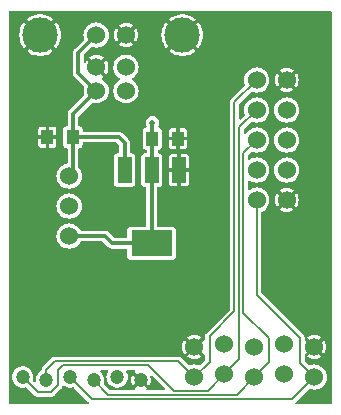
<source format=gtl>
%TF.GenerationSoftware,KiCad,Pcbnew,7.0.8*%
%TF.CreationDate,2024-04-09T21:16:55-04:00*%
%TF.ProjectId,petit-jtag,70657469-742d-46a7-9461-672e6b696361,1.1*%
%TF.SameCoordinates,PX8aadb58PY72b28c8*%
%TF.FileFunction,Copper,L1,Top*%
%TF.FilePolarity,Positive*%
%FSLAX46Y46*%
G04 Gerber Fmt 4.6, Leading zero omitted, Abs format (unit mm)*
G04 Created by KiCad (PCBNEW 7.0.8) date 2024-04-09 21:16:55*
%MOMM*%
%LPD*%
G01*
G04 APERTURE LIST*
%TA.AperFunction,ComponentPad*%
%ADD10C,1.524000*%
%TD*%
%TA.AperFunction,ComponentPad*%
%ADD11C,3.000000*%
%TD*%
%TA.AperFunction,SMDPad,CuDef*%
%ADD12R,1.016000X1.270000*%
%TD*%
%TA.AperFunction,SMDPad,CuDef*%
%ADD13R,1.200000X2.200000*%
%TD*%
%TA.AperFunction,SMDPad,CuDef*%
%ADD14R,3.500000X2.200000*%
%TD*%
%TA.AperFunction,ComponentPad*%
%ADD15C,1.200000*%
%TD*%
%TA.AperFunction,ViaPad*%
%ADD16C,0.508000*%
%TD*%
%TA.AperFunction,Conductor*%
%ADD17C,0.304800*%
%TD*%
%TA.AperFunction,Conductor*%
%ADD18C,0.177800*%
%TD*%
G04 APERTURE END LIST*
D10*
X8021000Y27159000D03*
X10521000Y27159000D03*
X10521000Y29159000D03*
X8021000Y29159000D03*
D11*
X3251000Y31869000D03*
X15291000Y31869000D03*
D10*
X5715000Y14859000D03*
X5715000Y17399000D03*
X5715000Y19939000D03*
D12*
X12763500Y23114000D03*
X14922500Y23114000D03*
D13*
X15000000Y20447000D03*
D14*
X12700000Y14247000D03*
D13*
X12700000Y20447000D03*
X10400000Y20447000D03*
D12*
X6032500Y23241000D03*
X3873500Y23241000D03*
D10*
X16306800Y2921000D03*
X16306800Y5461000D03*
X18846800Y3175000D03*
X18846800Y5715000D03*
X21386800Y2921000D03*
X21386800Y5461000D03*
X23926800Y3175000D03*
X23926800Y5715000D03*
X26466800Y2921000D03*
X26466800Y5461000D03*
D15*
X1778000Y2921000D03*
X3778000Y2667000D03*
X5778000Y2921000D03*
X7778000Y2667000D03*
X9778000Y2921000D03*
X11778000Y2667000D03*
D10*
X21590000Y28067000D03*
X24130000Y28067000D03*
X21590000Y25527000D03*
X24130000Y25527000D03*
X21590000Y22987000D03*
X24130000Y22987000D03*
X21590000Y20447000D03*
X24130000Y20447000D03*
X21590000Y17907000D03*
X24130000Y17907000D03*
X8001000Y31877000D03*
X10541000Y31877000D03*
D16*
X16408400Y20472400D03*
X12763500Y24447500D03*
D17*
X8021000Y27159000D02*
X6477000Y28703000D01*
X6477000Y28703000D02*
X6477000Y30353000D01*
X6032500Y23241000D02*
X9906000Y23241000D01*
X6477000Y30353000D02*
X8001000Y31877000D01*
X8021000Y27159000D02*
X6032500Y25170500D01*
X9906000Y23241000D02*
X10400000Y22747000D01*
X6032500Y20256500D02*
X5715000Y19939000D01*
X6032500Y23241000D02*
X6032500Y20256500D01*
X6032500Y25170500D02*
X6032500Y23241000D01*
X10400000Y22747000D02*
X10400000Y20447000D01*
X16408400Y20447000D02*
X16433800Y20421600D01*
X12700000Y14247000D02*
X9375000Y14247000D01*
X12763500Y24447500D02*
X12763500Y23114000D01*
X12763500Y23114000D02*
X12763500Y20510500D01*
X9375000Y14247000D02*
X8763000Y14859000D01*
X12700000Y20447000D02*
X12700000Y14247000D01*
X8763000Y14859000D02*
X5715000Y14859000D01*
X12763500Y20510500D02*
X12700000Y20447000D01*
D18*
X5181600Y3911600D02*
X4749800Y3479800D01*
X4165600Y1625600D02*
X3073400Y1625600D01*
X18846800Y3175000D02*
X17449800Y1778000D01*
X18846800Y3175000D02*
X20116800Y4445000D01*
X17449800Y1778000D02*
X14554200Y1778000D01*
X12420600Y3911600D02*
X5181600Y3911600D01*
X4749800Y2209800D02*
X4165600Y1625600D01*
X3073400Y1625600D02*
X1778000Y2921000D01*
X20116800Y24053800D02*
X21590000Y25527000D01*
X20116800Y4445000D02*
X20116800Y24053800D01*
X14554200Y1778000D02*
X12420600Y3911600D01*
X4749800Y3479800D02*
X4749800Y2209800D01*
X16306800Y2921000D02*
X14960600Y4267200D01*
X19710400Y8483600D02*
X17602200Y6375400D01*
X4529672Y4267200D02*
X3778000Y3515528D01*
X17602200Y6375400D02*
X17602200Y4216400D01*
X14960600Y4267200D02*
X4529672Y4267200D01*
X3778000Y3515528D02*
X3778000Y2667000D01*
X21590000Y28067000D02*
X19710400Y26187400D01*
X19710400Y26187400D02*
X19710400Y8483600D01*
X17602200Y4216400D02*
X16306800Y2921000D01*
X21590000Y17907000D02*
X21590000Y9880600D01*
X25247600Y6223000D02*
X25247600Y4140200D01*
X7632200Y1066800D02*
X5778000Y2921000D01*
X25247600Y4140200D02*
X26466800Y2921000D01*
X26466800Y2921000D02*
X24612600Y1066800D01*
X24612600Y1066800D02*
X7632200Y1066800D01*
X21590000Y9880600D02*
X25247600Y6223000D01*
X19888200Y1422400D02*
X9022600Y1422400D01*
X9022600Y1422400D02*
X7778000Y2667000D01*
X21386800Y2921000D02*
X19888200Y1422400D01*
X20472400Y8382000D02*
X22656800Y6197600D01*
X21590000Y22987000D02*
X20472400Y21869400D01*
X22656800Y6197600D02*
X22656800Y4191000D01*
X22656800Y4191000D02*
X21386800Y2921000D01*
X20472400Y21869400D02*
X20472400Y8382000D01*
%TA.AperFunction,Conductor*%
G36*
X27908101Y33887935D02*
G01*
X27938165Y33835864D01*
X27939500Y33820600D01*
X27939500Y723400D01*
X27918935Y666899D01*
X27866864Y636835D01*
X27851600Y635500D01*
X24950992Y635500D01*
X24894491Y656065D01*
X24864427Y708136D01*
X24874868Y767350D01*
X24888838Y785555D01*
X24935491Y832207D01*
X25769421Y1666139D01*
X26001538Y1898257D01*
X26056031Y1923667D01*
X26089206Y1920217D01*
X26257573Y1869143D01*
X26466800Y1848536D01*
X26676027Y1869143D01*
X26877214Y1930172D01*
X27062629Y2029279D01*
X27225147Y2162653D01*
X27358521Y2325171D01*
X27457628Y2510586D01*
X27518657Y2711773D01*
X27539264Y2921000D01*
X27518657Y3130227D01*
X27457628Y3331414D01*
X27358521Y3516829D01*
X27225147Y3679347D01*
X27062629Y3812721D01*
X26877214Y3911828D01*
X26877213Y3911829D01*
X26877210Y3911830D01*
X26676033Y3972856D01*
X26676028Y3972857D01*
X26676027Y3972857D01*
X26466800Y3993464D01*
X26257573Y3972857D01*
X26257571Y3972857D01*
X26257566Y3972856D01*
X26089209Y3921785D01*
X26029171Y3925063D01*
X26001538Y3943745D01*
X25667545Y4277738D01*
X25642134Y4332232D01*
X25641800Y4339893D01*
X25641800Y4815117D01*
X25662365Y4871618D01*
X25667545Y4877272D01*
X26014867Y5224595D01*
X26078931Y5124910D01*
X26189330Y5029248D01*
X26231373Y5010048D01*
X25863279Y4641954D01*
X25899608Y4612140D01*
X26076113Y4517797D01*
X26267622Y4459703D01*
X26466800Y4440085D01*
X26665977Y4459703D01*
X26857486Y4517797D01*
X27033994Y4612142D01*
X27070319Y4641954D01*
X26702226Y5010048D01*
X26744270Y5029248D01*
X26854669Y5124910D01*
X26918732Y5224595D01*
X27285846Y4857481D01*
X27315658Y4893806D01*
X27410003Y5070314D01*
X27468097Y5261823D01*
X27487715Y5461000D01*
X27468097Y5660178D01*
X27410003Y5851687D01*
X27315660Y6028192D01*
X27285846Y6064521D01*
X26918731Y5697407D01*
X26854669Y5797090D01*
X26744270Y5892752D01*
X26702224Y5911954D01*
X27070319Y6280048D01*
X27033991Y6309861D01*
X26857486Y6404204D01*
X26665977Y6462298D01*
X26466800Y6481916D01*
X26267622Y6462298D01*
X26076113Y6404204D01*
X26076109Y6404203D01*
X25899613Y6309865D01*
X25863279Y6280048D01*
X26231374Y5911953D01*
X26189330Y5892752D01*
X26078931Y5797090D01*
X26014867Y5697407D01*
X25667545Y6044729D01*
X25642134Y6099223D01*
X25641800Y6106884D01*
X25641800Y6285433D01*
X25641800Y6285435D01*
X25634227Y6308739D01*
X25631010Y6322146D01*
X25627180Y6346331D01*
X25627180Y6346332D01*
X25627180Y6346333D01*
X25616059Y6368160D01*
X25610782Y6380900D01*
X25608172Y6388933D01*
X25603214Y6404194D01*
X25588810Y6424018D01*
X25581608Y6435773D01*
X25570492Y6457591D01*
X22009945Y10018138D01*
X21984534Y10072632D01*
X21984200Y10080293D01*
X21984200Y16854821D01*
X22004765Y16911322D01*
X22030660Y16932340D01*
X22185829Y17015279D01*
X22348347Y17148653D01*
X22481721Y17311171D01*
X22580828Y17496586D01*
X22641857Y17697773D01*
X22662464Y17907000D01*
X23109084Y17907000D01*
X23128702Y17707823D01*
X23186796Y17516314D01*
X23281139Y17339809D01*
X23310952Y17303481D01*
X23678066Y17670596D01*
X23742131Y17570910D01*
X23852530Y17475248D01*
X23894573Y17456048D01*
X23526479Y17087954D01*
X23562808Y17058140D01*
X23739313Y16963797D01*
X23930822Y16905703D01*
X24130000Y16886085D01*
X24329177Y16905703D01*
X24520686Y16963797D01*
X24697194Y17058142D01*
X24733519Y17087954D01*
X24365426Y17456048D01*
X24407470Y17475248D01*
X24517869Y17570910D01*
X24581932Y17670595D01*
X24949046Y17303481D01*
X24978858Y17339806D01*
X25073203Y17516314D01*
X25131297Y17707823D01*
X25150915Y17907000D01*
X25131297Y18106178D01*
X25073203Y18297687D01*
X24978860Y18474192D01*
X24949046Y18510521D01*
X24581931Y18143407D01*
X24517869Y18243090D01*
X24407470Y18338752D01*
X24365424Y18357954D01*
X24733519Y18726048D01*
X24697191Y18755861D01*
X24520686Y18850204D01*
X24329177Y18908298D01*
X24130000Y18927916D01*
X23930822Y18908298D01*
X23739313Y18850204D01*
X23739309Y18850203D01*
X23562813Y18755865D01*
X23526479Y18726048D01*
X23894574Y18357953D01*
X23852530Y18338752D01*
X23742131Y18243090D01*
X23678067Y18143406D01*
X23310952Y18510521D01*
X23281135Y18474187D01*
X23186797Y18297691D01*
X23186796Y18297687D01*
X23128702Y18106178D01*
X23109084Y17907000D01*
X22662464Y17907000D01*
X22641857Y18116227D01*
X22629383Y18157347D01*
X22580829Y18317410D01*
X22580829Y18317411D01*
X22580828Y18317412D01*
X22580828Y18317414D01*
X22481721Y18502829D01*
X22348347Y18665347D01*
X22185829Y18798721D01*
X22000414Y18897828D01*
X22000413Y18897829D01*
X22000410Y18897830D01*
X21799233Y18958856D01*
X21799228Y18958857D01*
X21799227Y18958857D01*
X21590000Y18979464D01*
X21380773Y18958857D01*
X21380771Y18958857D01*
X21380766Y18958856D01*
X21179590Y18897830D01*
X21179588Y18897830D01*
X21090488Y18850204D01*
X20995934Y18799664D01*
X20936412Y18791166D01*
X20885352Y18822917D01*
X20866600Y18877185D01*
X20866600Y19476816D01*
X20887165Y19533317D01*
X20939236Y19563381D01*
X20995932Y19554338D01*
X21179586Y19456172D01*
X21380773Y19395143D01*
X21590000Y19374536D01*
X21799227Y19395143D01*
X22000414Y19456172D01*
X22185829Y19555279D01*
X22348347Y19688653D01*
X22481721Y19851171D01*
X22580828Y20036586D01*
X22641857Y20237773D01*
X22662464Y20447000D01*
X23057536Y20447000D01*
X23067147Y20349414D01*
X23078144Y20237767D01*
X23139170Y20036591D01*
X23139170Y20036590D01*
X23139171Y20036587D01*
X23139172Y20036586D01*
X23238279Y19851171D01*
X23371653Y19688653D01*
X23534171Y19555279D01*
X23719586Y19456172D01*
X23920773Y19395143D01*
X24130000Y19374536D01*
X24339227Y19395143D01*
X24540414Y19456172D01*
X24725829Y19555279D01*
X24888347Y19688653D01*
X25021721Y19851171D01*
X25120828Y20036586D01*
X25181857Y20237773D01*
X25202464Y20447000D01*
X25181857Y20656227D01*
X25169383Y20697347D01*
X25120829Y20857410D01*
X25120829Y20857411D01*
X25120828Y20857412D01*
X25120828Y20857414D01*
X25021721Y21042829D01*
X24888347Y21205347D01*
X24725829Y21338721D01*
X24540414Y21437828D01*
X24540413Y21437829D01*
X24540410Y21437830D01*
X24339233Y21498856D01*
X24339228Y21498857D01*
X24339227Y21498857D01*
X24130000Y21519464D01*
X23920773Y21498857D01*
X23920771Y21498857D01*
X23920766Y21498856D01*
X23719590Y21437830D01*
X23719589Y21437830D01*
X23534170Y21338721D01*
X23371655Y21205349D01*
X23371651Y21205345D01*
X23238279Y21042830D01*
X23139170Y20857411D01*
X23139170Y20857410D01*
X23078144Y20656234D01*
X23078143Y20656229D01*
X23078143Y20656227D01*
X23057536Y20447000D01*
X22662464Y20447000D01*
X22641857Y20656227D01*
X22629383Y20697347D01*
X22580829Y20857410D01*
X22580829Y20857411D01*
X22580828Y20857412D01*
X22580828Y20857414D01*
X22481721Y21042829D01*
X22348347Y21205347D01*
X22185829Y21338721D01*
X22000414Y21437828D01*
X22000413Y21437829D01*
X22000410Y21437830D01*
X21799233Y21498856D01*
X21799228Y21498857D01*
X21799227Y21498857D01*
X21590000Y21519464D01*
X21380773Y21498857D01*
X21380771Y21498857D01*
X21380766Y21498856D01*
X21179590Y21437830D01*
X21179588Y21437830D01*
X21052846Y21370085D01*
X20995934Y21339664D01*
X20936412Y21331166D01*
X20885352Y21362917D01*
X20866600Y21417185D01*
X20866600Y21669708D01*
X20887165Y21726209D01*
X20892335Y21731853D01*
X21124739Y21964257D01*
X21179231Y21989666D01*
X21212406Y21986217D01*
X21380773Y21935143D01*
X21590000Y21914536D01*
X21799227Y21935143D01*
X22000414Y21996172D01*
X22185829Y22095279D01*
X22348347Y22228653D01*
X22481721Y22391171D01*
X22580828Y22576586D01*
X22641857Y22777773D01*
X22662464Y22987000D01*
X23057536Y22987000D01*
X23077730Y22781965D01*
X23078144Y22777767D01*
X23139170Y22576591D01*
X23139170Y22576590D01*
X23139171Y22576587D01*
X23139172Y22576586D01*
X23238279Y22391171D01*
X23371653Y22228653D01*
X23534171Y22095279D01*
X23719586Y21996172D01*
X23719588Y21996172D01*
X23719589Y21996171D01*
X23824799Y21964256D01*
X23920773Y21935143D01*
X24130000Y21914536D01*
X24339227Y21935143D01*
X24540414Y21996172D01*
X24725829Y22095279D01*
X24888347Y22228653D01*
X25021721Y22391171D01*
X25120828Y22576586D01*
X25181857Y22777773D01*
X25202464Y22987000D01*
X25181857Y23196227D01*
X25120828Y23397414D01*
X25021721Y23582829D01*
X24888347Y23745347D01*
X24725829Y23878721D01*
X24540414Y23977828D01*
X24540413Y23977829D01*
X24540410Y23977830D01*
X24339233Y24038856D01*
X24339228Y24038857D01*
X24339227Y24038857D01*
X24130000Y24059464D01*
X23920773Y24038857D01*
X23920771Y24038857D01*
X23920766Y24038856D01*
X23719590Y23977830D01*
X23719589Y23977830D01*
X23534170Y23878721D01*
X23371655Y23745349D01*
X23371651Y23745345D01*
X23238279Y23582830D01*
X23139170Y23397411D01*
X23139170Y23397410D01*
X23078144Y23196234D01*
X23078143Y23196229D01*
X23078143Y23196227D01*
X23057536Y22987000D01*
X22662464Y22987000D01*
X22641857Y23196227D01*
X22580828Y23397414D01*
X22481721Y23582829D01*
X22348347Y23745347D01*
X22185829Y23878721D01*
X22000414Y23977828D01*
X22000413Y23977829D01*
X22000410Y23977830D01*
X21799233Y24038856D01*
X21799228Y24038857D01*
X21799227Y24038857D01*
X21590000Y24059464D01*
X21380773Y24038857D01*
X21380771Y24038857D01*
X21380766Y24038856D01*
X21179590Y23977830D01*
X21179589Y23977830D01*
X20994170Y23878721D01*
X20831655Y23745349D01*
X20831651Y23745345D01*
X20698279Y23582830D01*
X20696933Y23580311D01*
X20677911Y23544722D01*
X20676421Y23541935D01*
X20631650Y23501800D01*
X20571555Y23499833D01*
X20524255Y23536954D01*
X20511000Y23583371D01*
X20511000Y23854108D01*
X20531565Y23910609D01*
X20536734Y23916252D01*
X21124738Y24504257D01*
X21179231Y24529667D01*
X21212406Y24526217D01*
X21380773Y24475143D01*
X21590000Y24454536D01*
X21799227Y24475143D01*
X22000414Y24536172D01*
X22185829Y24635279D01*
X22348347Y24768653D01*
X22481721Y24931171D01*
X22580828Y25116586D01*
X22641857Y25317773D01*
X22662464Y25527000D01*
X23057536Y25527000D01*
X23072157Y25378546D01*
X23078144Y25317767D01*
X23139170Y25116591D01*
X23139170Y25116590D01*
X23139171Y25116587D01*
X23139172Y25116586D01*
X23238279Y24931171D01*
X23371653Y24768653D01*
X23534171Y24635279D01*
X23719586Y24536172D01*
X23719588Y24536172D01*
X23719589Y24536171D01*
X23824799Y24504256D01*
X23920773Y24475143D01*
X24130000Y24454536D01*
X24339227Y24475143D01*
X24540414Y24536172D01*
X24725829Y24635279D01*
X24888347Y24768653D01*
X25021721Y24931171D01*
X25120828Y25116586D01*
X25181857Y25317773D01*
X25202464Y25527000D01*
X25181857Y25736227D01*
X25120828Y25937414D01*
X25021721Y26122829D01*
X24888347Y26285347D01*
X24725829Y26418721D01*
X24540414Y26517828D01*
X24540413Y26517829D01*
X24540410Y26517830D01*
X24339233Y26578856D01*
X24339228Y26578857D01*
X24339227Y26578857D01*
X24130000Y26599464D01*
X23920773Y26578857D01*
X23920771Y26578857D01*
X23920766Y26578856D01*
X23719590Y26517830D01*
X23719589Y26517830D01*
X23534170Y26418721D01*
X23371655Y26285349D01*
X23371651Y26285345D01*
X23238279Y26122830D01*
X23139170Y25937411D01*
X23139170Y25937410D01*
X23078144Y25736234D01*
X23078143Y25736229D01*
X23078143Y25736227D01*
X23057536Y25527000D01*
X22662464Y25527000D01*
X22641857Y25736227D01*
X22580828Y25937414D01*
X22481721Y26122829D01*
X22348347Y26285347D01*
X22185829Y26418721D01*
X22000414Y26517828D01*
X22000413Y26517829D01*
X22000410Y26517830D01*
X21799233Y26578856D01*
X21799228Y26578857D01*
X21799227Y26578857D01*
X21590000Y26599464D01*
X21380773Y26578857D01*
X21380771Y26578857D01*
X21380766Y26578856D01*
X21179590Y26517830D01*
X21179589Y26517830D01*
X20994170Y26418721D01*
X20831655Y26285349D01*
X20831651Y26285345D01*
X20698279Y26122830D01*
X20599170Y25937411D01*
X20599170Y25937410D01*
X20538144Y25736234D01*
X20538143Y25736229D01*
X20538143Y25736227D01*
X20517536Y25527000D01*
X20532157Y25378546D01*
X20538144Y25317767D01*
X20589214Y25149410D01*
X20585936Y25089372D01*
X20567254Y25061739D01*
X20254655Y24749139D01*
X20200161Y24723728D01*
X20142083Y24739290D01*
X20107595Y24788544D01*
X20104600Y24811294D01*
X20104600Y25987708D01*
X20125165Y26044209D01*
X20130334Y26049852D01*
X21124738Y27044257D01*
X21179231Y27069667D01*
X21212406Y27066217D01*
X21380773Y27015143D01*
X21590000Y26994536D01*
X21799227Y27015143D01*
X22000414Y27076172D01*
X22185829Y27175279D01*
X22348347Y27308653D01*
X22481721Y27471171D01*
X22580828Y27656586D01*
X22641857Y27857773D01*
X22662464Y28067000D01*
X23109084Y28067000D01*
X23128702Y27867823D01*
X23186796Y27676314D01*
X23281139Y27499809D01*
X23310952Y27463481D01*
X23678066Y27830596D01*
X23742131Y27730910D01*
X23852530Y27635248D01*
X23894573Y27616048D01*
X23526479Y27247954D01*
X23562808Y27218140D01*
X23739313Y27123797D01*
X23930822Y27065703D01*
X24130000Y27046085D01*
X24329177Y27065703D01*
X24520686Y27123797D01*
X24697194Y27218142D01*
X24733519Y27247954D01*
X24365426Y27616048D01*
X24407470Y27635248D01*
X24517869Y27730910D01*
X24581932Y27830595D01*
X24949046Y27463481D01*
X24978858Y27499806D01*
X25073203Y27676314D01*
X25131297Y27867823D01*
X25150915Y28067000D01*
X25131297Y28266178D01*
X25073203Y28457687D01*
X24978860Y28634192D01*
X24949046Y28670521D01*
X24581931Y28303407D01*
X24517869Y28403090D01*
X24407470Y28498752D01*
X24365424Y28517954D01*
X24733519Y28886048D01*
X24697191Y28915861D01*
X24520686Y29010204D01*
X24329177Y29068298D01*
X24130000Y29087916D01*
X23930822Y29068298D01*
X23739313Y29010204D01*
X23739309Y29010203D01*
X23562813Y28915865D01*
X23526479Y28886048D01*
X23894574Y28517953D01*
X23852530Y28498752D01*
X23742131Y28403090D01*
X23678067Y28303406D01*
X23310952Y28670521D01*
X23281135Y28634187D01*
X23186797Y28457691D01*
X23186796Y28457687D01*
X23128702Y28266178D01*
X23109084Y28067000D01*
X22662464Y28067000D01*
X22641857Y28276227D01*
X22580828Y28477414D01*
X22481721Y28662829D01*
X22348347Y28825347D01*
X22185829Y28958721D01*
X22000414Y29057828D01*
X22000413Y29057829D01*
X22000410Y29057830D01*
X21799233Y29118856D01*
X21799228Y29118857D01*
X21799227Y29118857D01*
X21590000Y29139464D01*
X21380773Y29118857D01*
X21380771Y29118857D01*
X21380766Y29118856D01*
X21179590Y29057830D01*
X21179589Y29057830D01*
X20994170Y28958721D01*
X20831655Y28825349D01*
X20831651Y28825345D01*
X20698279Y28662830D01*
X20599170Y28477411D01*
X20599170Y28477410D01*
X20538144Y28276234D01*
X20538143Y28276229D01*
X20538143Y28276227D01*
X20517536Y28067000D01*
X20537153Y27867823D01*
X20538144Y27857767D01*
X20589214Y27689410D01*
X20585936Y27629372D01*
X20567254Y27601739D01*
X19475807Y26510290D01*
X19387510Y26421994D01*
X19376387Y26400166D01*
X19369185Y26388414D01*
X19354786Y26368594D01*
X19347217Y26345300D01*
X19341941Y26332562D01*
X19330820Y26310735D01*
X19330819Y26310734D01*
X19326987Y26286540D01*
X19323769Y26273136D01*
X19316200Y26249839D01*
X19316200Y8683293D01*
X19295635Y8626792D01*
X19290455Y8621138D01*
X17279310Y6609994D01*
X17268187Y6588166D01*
X17260985Y6576414D01*
X17246586Y6556594D01*
X17239017Y6533300D01*
X17233741Y6520562D01*
X17222620Y6498735D01*
X17222619Y6498734D01*
X17218787Y6474540D01*
X17215569Y6461136D01*
X17208000Y6437839D01*
X17208000Y6152810D01*
X17187435Y6096309D01*
X17135364Y6066245D01*
X17127048Y6065723D01*
X16758731Y5697407D01*
X16694669Y5797090D01*
X16584270Y5892752D01*
X16542224Y5911954D01*
X16910319Y6280048D01*
X16873991Y6309861D01*
X16697486Y6404204D01*
X16505977Y6462298D01*
X16306800Y6481916D01*
X16107622Y6462298D01*
X15916113Y6404204D01*
X15916109Y6404203D01*
X15739613Y6309865D01*
X15703279Y6280048D01*
X16071374Y5911953D01*
X16029330Y5892752D01*
X15918931Y5797090D01*
X15854867Y5697406D01*
X15487752Y6064521D01*
X15457935Y6028187D01*
X15363597Y5851691D01*
X15363596Y5851687D01*
X15305502Y5660178D01*
X15285884Y5461000D01*
X15305502Y5261823D01*
X15363596Y5070314D01*
X15457939Y4893809D01*
X15487752Y4857481D01*
X15854866Y5224596D01*
X15918931Y5124910D01*
X16029330Y5029248D01*
X16071373Y5010048D01*
X15703279Y4641954D01*
X15739608Y4612140D01*
X15916113Y4517797D01*
X16107622Y4459703D01*
X16306800Y4440085D01*
X16505977Y4459703D01*
X16697486Y4517797D01*
X16873994Y4612142D01*
X16910319Y4641954D01*
X16542226Y5010048D01*
X16584270Y5029248D01*
X16694669Y5124910D01*
X16758732Y5224594D01*
X17131066Y4852260D01*
X17173228Y4839219D01*
X17205811Y4788686D01*
X17208000Y4769192D01*
X17208000Y4416094D01*
X17187435Y4359593D01*
X17182255Y4353939D01*
X16772061Y3943746D01*
X16717567Y3918335D01*
X16684390Y3921786D01*
X16516033Y3972856D01*
X16516028Y3972857D01*
X16516027Y3972857D01*
X16306800Y3993464D01*
X16097573Y3972857D01*
X16097571Y3972857D01*
X16097566Y3972856D01*
X15929209Y3921785D01*
X15869171Y3925063D01*
X15841538Y3943745D01*
X15217404Y4567880D01*
X15195192Y4590091D01*
X15185146Y4595210D01*
X15173365Y4601213D01*
X15161614Y4608414D01*
X15141794Y4622813D01*
X15141791Y4622814D01*
X15118493Y4630385D01*
X15105758Y4635660D01*
X15083934Y4646780D01*
X15080307Y4647355D01*
X15059726Y4650615D01*
X15046335Y4653830D01*
X15023035Y4661400D01*
X14991626Y4661400D01*
X4592108Y4661400D01*
X4467237Y4661400D01*
X4467233Y4661400D01*
X4443936Y4653831D01*
X4430532Y4650613D01*
X4406338Y4646781D01*
X4406337Y4646780D01*
X4384510Y4635659D01*
X4371772Y4630383D01*
X4348478Y4622814D01*
X4328658Y4608415D01*
X4316906Y4601213D01*
X4295078Y4590090D01*
X3455110Y3750122D01*
X3443987Y3728294D01*
X3436785Y3716542D01*
X3422386Y3696722D01*
X3414817Y3673428D01*
X3409541Y3660690D01*
X3398420Y3638863D01*
X3398419Y3638862D01*
X3394587Y3614668D01*
X3391369Y3601264D01*
X3383800Y3577967D01*
X3383800Y3539549D01*
X3363235Y3483048D01*
X3331653Y3459249D01*
X3322859Y3455334D01*
X3168898Y3343475D01*
X3041563Y3202055D01*
X2946411Y3037248D01*
X2923188Y2965773D01*
X2903457Y2905045D01*
X2887604Y2856255D01*
X2867713Y2667005D01*
X2867713Y2667004D01*
X2867713Y2667000D01*
X2870580Y2639723D01*
X2874444Y2602955D01*
X2859897Y2544614D01*
X2811253Y2509273D01*
X2751272Y2513468D01*
X2724870Y2531613D01*
X2671254Y2585229D01*
X2645843Y2639723D01*
X2649811Y2674546D01*
X2668395Y2731741D01*
X2681482Y2856255D01*
X2688287Y2920996D01*
X2688287Y2921005D01*
X2668395Y3110255D01*
X2668395Y3110259D01*
X2609589Y3291247D01*
X2514438Y3456053D01*
X2387101Y3597475D01*
X2366243Y3612629D01*
X2233147Y3709330D01*
X2233145Y3709331D01*
X2233144Y3709332D01*
X2059294Y3786734D01*
X2059291Y3786735D01*
X2059290Y3786735D01*
X1873151Y3826300D01*
X1682849Y3826300D01*
X1496708Y3786735D01*
X1496704Y3786733D01*
X1322858Y3709333D01*
X1168898Y3597475D01*
X1041563Y3456055D01*
X946411Y3291248D01*
X887604Y3110255D01*
X867713Y2921005D01*
X867713Y2920996D01*
X884152Y2764586D01*
X887605Y2731741D01*
X946411Y2550753D01*
X1041562Y2385947D01*
X1168899Y2244525D01*
X1322856Y2132668D01*
X1496706Y2055266D01*
X1682849Y2015700D01*
X1873151Y2015700D01*
X2034842Y2050069D01*
X2094383Y2041701D01*
X2115272Y2026245D01*
X2750510Y1391007D01*
X2838807Y1302710D01*
X2856132Y1293883D01*
X2860634Y1291588D01*
X2872387Y1284386D01*
X2892206Y1269987D01*
X2892207Y1269987D01*
X2892208Y1269986D01*
X2892210Y1269985D01*
X2915497Y1262419D01*
X2928238Y1257143D01*
X2950067Y1246020D01*
X2969256Y1242982D01*
X2974258Y1242189D01*
X2987673Y1238968D01*
X3010963Y1231400D01*
X3010964Y1231400D01*
X4228034Y1231400D01*
X4228035Y1231400D01*
X4251329Y1238970D01*
X4264738Y1242189D01*
X4288933Y1246020D01*
X4310759Y1257142D01*
X4323501Y1262419D01*
X4346794Y1269987D01*
X4366615Y1284389D01*
X4378361Y1291587D01*
X4400193Y1302710D01*
X4488490Y1391007D01*
X4488490Y1391008D01*
X4972029Y1874549D01*
X4972032Y1874550D01*
X4984392Y1886910D01*
X4984393Y1886910D01*
X5072690Y1975207D01*
X5083809Y1997031D01*
X5091010Y2008784D01*
X5105414Y2028606D01*
X5112982Y2051903D01*
X5118261Y2064646D01*
X5129380Y2086467D01*
X5133213Y2110675D01*
X5136438Y2124096D01*
X5136920Y2125580D01*
X5173958Y2172943D01*
X5232776Y2185419D01*
X5272171Y2169493D01*
X5322856Y2132668D01*
X5496706Y2055266D01*
X5682849Y2015700D01*
X5873151Y2015700D01*
X6034842Y2050069D01*
X6094383Y2041701D01*
X6115272Y2026245D01*
X7309309Y832207D01*
X7355962Y785555D01*
X7381373Y731062D01*
X7365812Y672983D01*
X7316559Y638495D01*
X7293808Y635500D01*
X723400Y635500D01*
X666899Y656065D01*
X636835Y708136D01*
X635500Y723400D01*
X635500Y14859000D01*
X4642536Y14859000D01*
X4663144Y14649767D01*
X4724170Y14448591D01*
X4724170Y14448590D01*
X4724171Y14448587D01*
X4724172Y14448586D01*
X4823279Y14263171D01*
X4956653Y14100653D01*
X5119171Y13967279D01*
X5304586Y13868172D01*
X5304588Y13868172D01*
X5304589Y13868171D01*
X5489230Y13812161D01*
X5505773Y13807143D01*
X5715000Y13786536D01*
X5924227Y13807143D01*
X6125414Y13868172D01*
X6310829Y13967279D01*
X6473347Y14100653D01*
X6606721Y14263171D01*
X6655717Y14354837D01*
X6700488Y14394971D01*
X6733238Y14401300D01*
X8537004Y14401300D01*
X8593505Y14380735D01*
X8599159Y14375555D01*
X9031435Y13943280D01*
X9034719Y13939605D01*
X9060168Y13907692D01*
X9110105Y13873646D01*
X9158715Y13837770D01*
X9158720Y13837769D01*
X9164543Y13834690D01*
X9164426Y13834470D01*
X9168124Y13832604D01*
X9168233Y13832828D01*
X9174163Y13829973D01*
X9174168Y13829969D01*
X9231900Y13812161D01*
X9288947Y13792199D01*
X9288948Y13792199D01*
X9295425Y13790973D01*
X9295378Y13790728D01*
X9299458Y13790035D01*
X9299496Y13790282D01*
X9306011Y13789300D01*
X9366425Y13789300D01*
X9426825Y13787040D01*
X9426828Y13787042D01*
X9426830Y13787041D01*
X9433372Y13787777D01*
X9433399Y13787532D01*
X9446833Y13789300D01*
X10556801Y13789300D01*
X10613302Y13768735D01*
X10643366Y13716664D01*
X10644701Y13701400D01*
X10644701Y13101422D01*
X10647662Y13075891D01*
X10693766Y12971475D01*
X10774475Y12890766D01*
X10878891Y12844662D01*
X10904421Y12841700D01*
X14495578Y12841701D01*
X14521109Y12844662D01*
X14625525Y12890766D01*
X14706234Y12971475D01*
X14752338Y13075891D01*
X14755300Y13101421D01*
X14755299Y15392578D01*
X14752338Y15418109D01*
X14706234Y15522525D01*
X14625525Y15603234D01*
X14593562Y15617347D01*
X14521110Y15649338D01*
X14521107Y15649339D01*
X14495590Y15652299D01*
X14495585Y15652300D01*
X14495579Y15652300D01*
X14495572Y15652300D01*
X13245600Y15652300D01*
X13189099Y15672865D01*
X13159035Y15724936D01*
X13157700Y15740200D01*
X13157700Y18953801D01*
X13178265Y19010302D01*
X13230336Y19040366D01*
X13245600Y19041701D01*
X13345575Y19041701D01*
X13345578Y19041701D01*
X13371109Y19044662D01*
X13475525Y19090766D01*
X13556234Y19171475D01*
X13602338Y19275891D01*
X13605300Y19301421D01*
X13605300Y19321982D01*
X14146001Y19321982D01*
X14160737Y19247894D01*
X14216875Y19163878D01*
X14216877Y19163876D01*
X14300894Y19107738D01*
X14374981Y19093001D01*
X14847600Y19093001D01*
X14847600Y19093002D01*
X15152400Y19093002D01*
X15152401Y19093001D01*
X15625018Y19093001D01*
X15699106Y19107738D01*
X15783122Y19163876D01*
X15783124Y19163878D01*
X15839262Y19247895D01*
X15854000Y19321985D01*
X15854000Y20294599D01*
X15853999Y20294600D01*
X15152401Y20294600D01*
X15152400Y20294599D01*
X15152400Y19093002D01*
X14847600Y19093002D01*
X14847600Y20294599D01*
X14847599Y20294600D01*
X14146002Y20294600D01*
X14146001Y20294599D01*
X14146001Y19321982D01*
X13605300Y19321982D01*
X13605299Y20599401D01*
X14146000Y20599401D01*
X14146001Y20599400D01*
X14847599Y20599400D01*
X14847600Y20599401D01*
X15152400Y20599401D01*
X15152401Y20599400D01*
X15853998Y20599400D01*
X15853999Y20599401D01*
X15853999Y21572019D01*
X15839262Y21646107D01*
X15783124Y21730123D01*
X15783122Y21730125D01*
X15699105Y21786263D01*
X15625015Y21801000D01*
X15152401Y21801000D01*
X15152400Y21800999D01*
X15152400Y20599401D01*
X14847600Y20599401D01*
X14847600Y21800999D01*
X14847599Y21801000D01*
X14374981Y21801000D01*
X14300893Y21786263D01*
X14216877Y21730125D01*
X14216875Y21730123D01*
X14160737Y21646106D01*
X14146000Y21572016D01*
X14146000Y20599401D01*
X13605299Y20599401D01*
X13605299Y21592578D01*
X13602338Y21618109D01*
X13556234Y21722525D01*
X13475525Y21803234D01*
X13475523Y21803235D01*
X13371110Y21849338D01*
X13371107Y21849339D01*
X13345590Y21852299D01*
X13345585Y21852300D01*
X13345579Y21852300D01*
X13345572Y21852300D01*
X13309100Y21852300D01*
X13252599Y21872865D01*
X13222535Y21924936D01*
X13221200Y21940200D01*
X13221200Y22085801D01*
X13241765Y22142302D01*
X13293836Y22172366D01*
X13309100Y22173701D01*
X13317075Y22173701D01*
X13317078Y22173701D01*
X13342609Y22176662D01*
X13447025Y22222766D01*
X13527734Y22303475D01*
X13573838Y22407891D01*
X13576800Y22433421D01*
X13576800Y22453982D01*
X14160501Y22453982D01*
X14175237Y22379894D01*
X14231375Y22295878D01*
X14231377Y22295876D01*
X14315394Y22239738D01*
X14389481Y22225001D01*
X14770100Y22225001D01*
X14770100Y22225002D01*
X15074900Y22225002D01*
X15074901Y22225001D01*
X15455518Y22225001D01*
X15529606Y22239738D01*
X15613622Y22295876D01*
X15613624Y22295878D01*
X15669762Y22379895D01*
X15684500Y22453985D01*
X15684500Y22961599D01*
X15684499Y22961600D01*
X15074901Y22961600D01*
X15074900Y22961599D01*
X15074900Y22225002D01*
X14770100Y22225002D01*
X14770100Y22961599D01*
X14770099Y22961600D01*
X14160502Y22961600D01*
X14160501Y22961599D01*
X14160501Y22453982D01*
X13576800Y22453982D01*
X13576799Y23266401D01*
X14160500Y23266401D01*
X14160501Y23266400D01*
X14770099Y23266400D01*
X14770100Y23266401D01*
X15074900Y23266401D01*
X15074901Y23266400D01*
X15684498Y23266400D01*
X15684499Y23266401D01*
X15684499Y23774019D01*
X15669762Y23848107D01*
X15613624Y23932123D01*
X15613622Y23932125D01*
X15529605Y23988263D01*
X15455515Y24003000D01*
X15074901Y24003000D01*
X15074900Y24002999D01*
X15074900Y23266401D01*
X14770100Y23266401D01*
X14770100Y24002999D01*
X14770099Y24003000D01*
X14389481Y24003000D01*
X14315393Y23988263D01*
X14231377Y23932125D01*
X14231375Y23932123D01*
X14175237Y23848106D01*
X14160500Y23774016D01*
X14160500Y23266401D01*
X13576799Y23266401D01*
X13576799Y23794578D01*
X13573838Y23820109D01*
X13527734Y23924525D01*
X13447025Y24005234D01*
X13342609Y24051338D01*
X13340997Y24051525D01*
X13326725Y24053181D01*
X13272971Y24080121D01*
X13249110Y24135311D01*
X13255646Y24174129D01*
X13308404Y24301493D01*
X13327626Y24447500D01*
X13308404Y24593507D01*
X13252047Y24729563D01*
X13252045Y24729566D01*
X13252042Y24729571D01*
X13162402Y24846391D01*
X13162400Y24846393D01*
X13162397Y24846397D01*
X13162392Y24846401D01*
X13162390Y24846403D01*
X13045570Y24936043D01*
X13045563Y24936047D01*
X12909507Y24992404D01*
X12763500Y25011626D01*
X12617492Y24992404D01*
X12481436Y24936047D01*
X12481429Y24936043D01*
X12364609Y24846403D01*
X12364597Y24846391D01*
X12274957Y24729571D01*
X12274953Y24729564D01*
X12218596Y24593508D01*
X12199374Y24447501D01*
X12199374Y24447500D01*
X12218596Y24301493D01*
X12271351Y24174133D01*
X12273974Y24114063D01*
X12237371Y24066361D01*
X12200271Y24053181D01*
X12184398Y24051340D01*
X12184387Y24051337D01*
X12079976Y24005235D01*
X11999265Y23924524D01*
X11953162Y23820111D01*
X11953161Y23820108D01*
X11950201Y23794591D01*
X11950200Y23794572D01*
X11950200Y22433426D01*
X11951424Y22422878D01*
X11953162Y22407891D01*
X11953162Y22407890D01*
X11953163Y22407888D01*
X11999183Y22303663D01*
X11999266Y22303475D01*
X12079975Y22222766D01*
X12184391Y22176662D01*
X12209921Y22173700D01*
X12217894Y22173701D01*
X12274395Y22153142D01*
X12304463Y22101073D01*
X12305800Y22085801D01*
X12305800Y21940200D01*
X12285235Y21883699D01*
X12233164Y21853635D01*
X12217901Y21852300D01*
X12054424Y21852300D01*
X12028892Y21849339D01*
X12028887Y21849337D01*
X11924476Y21803235D01*
X11843765Y21722524D01*
X11797662Y21618111D01*
X11797661Y21618108D01*
X11794701Y21592591D01*
X11794700Y21592572D01*
X11794700Y19301426D01*
X11794701Y19301421D01*
X11797662Y19275891D01*
X11797662Y19275890D01*
X11797663Y19275888D01*
X11839714Y19180652D01*
X11843766Y19171475D01*
X11924475Y19090766D01*
X12028891Y19044662D01*
X12054421Y19041700D01*
X12154400Y19041701D01*
X12210900Y19021137D01*
X12240964Y18969066D01*
X12242300Y18953801D01*
X12242300Y15740200D01*
X12221735Y15683699D01*
X12169664Y15653635D01*
X12154400Y15652300D01*
X10904425Y15652300D01*
X10882747Y15649786D01*
X10878891Y15649338D01*
X10878890Y15649338D01*
X10878887Y15649337D01*
X10774476Y15603235D01*
X10693765Y15522524D01*
X10647662Y15418111D01*
X10647661Y15418108D01*
X10644701Y15392591D01*
X10644700Y15392572D01*
X10644700Y14792600D01*
X10624135Y14736099D01*
X10572064Y14706035D01*
X10556800Y14704700D01*
X9600995Y14704700D01*
X9544494Y14725265D01*
X9538840Y14730445D01*
X9106564Y15162721D01*
X9103281Y15166395D01*
X9077832Y15198308D01*
X9027894Y15232355D01*
X8979283Y15268232D01*
X8973461Y15271309D01*
X8973575Y15271526D01*
X8969868Y15273398D01*
X8969762Y15273175D01*
X8963830Y15276032D01*
X8906085Y15293844D01*
X8849052Y15313801D01*
X8842583Y15315025D01*
X8842628Y15315266D01*
X8838535Y15315962D01*
X8838499Y15315719D01*
X8831990Y15316700D01*
X8831987Y15316700D01*
X8771563Y15316700D01*
X8711175Y15318960D01*
X8711174Y15318960D01*
X8711168Y15318960D01*
X8704628Y15318223D01*
X8704600Y15318469D01*
X8691167Y15316700D01*
X6733238Y15316700D01*
X6676737Y15337265D01*
X6655717Y15363164D01*
X6639998Y15392572D01*
X6606721Y15454829D01*
X6473347Y15617347D01*
X6310829Y15750721D01*
X6125414Y15849828D01*
X6125413Y15849829D01*
X6125410Y15849830D01*
X5924233Y15910856D01*
X5924228Y15910857D01*
X5924227Y15910857D01*
X5715000Y15931464D01*
X5505773Y15910857D01*
X5505771Y15910857D01*
X5505766Y15910856D01*
X5304590Y15849830D01*
X5304589Y15849830D01*
X5119170Y15750721D01*
X4956655Y15617349D01*
X4956651Y15617345D01*
X4823279Y15454830D01*
X4724170Y15269411D01*
X4724170Y15269410D01*
X4663144Y15068234D01*
X4642536Y14859000D01*
X635500Y14859000D01*
X635500Y17399000D01*
X4642536Y17399000D01*
X4651186Y17311171D01*
X4663144Y17189767D01*
X4724170Y16988591D01*
X4724170Y16988590D01*
X4724171Y16988587D01*
X4724172Y16988586D01*
X4823279Y16803171D01*
X4956653Y16640653D01*
X5119171Y16507279D01*
X5304586Y16408172D01*
X5505773Y16347143D01*
X5715000Y16326536D01*
X5924227Y16347143D01*
X6125414Y16408172D01*
X6310829Y16507279D01*
X6473347Y16640653D01*
X6606721Y16803171D01*
X6705828Y16988586D01*
X6766857Y17189773D01*
X6787464Y17399000D01*
X6766857Y17608227D01*
X6705828Y17809414D01*
X6606721Y17994829D01*
X6473347Y18157347D01*
X6310829Y18290721D01*
X6125414Y18389828D01*
X6125413Y18389829D01*
X6125410Y18389830D01*
X5924233Y18450856D01*
X5924228Y18450857D01*
X5924227Y18450857D01*
X5715000Y18471464D01*
X5505773Y18450857D01*
X5505771Y18450857D01*
X5505766Y18450856D01*
X5304590Y18389830D01*
X5304589Y18389830D01*
X5119170Y18290721D01*
X4956655Y18157349D01*
X4956651Y18157345D01*
X4823279Y17994830D01*
X4724170Y17809411D01*
X4724170Y17809410D01*
X4663144Y17608234D01*
X4663143Y17608229D01*
X4663143Y17608227D01*
X4642536Y17399000D01*
X635500Y17399000D01*
X635500Y19939000D01*
X4642536Y19939000D01*
X4651186Y19851171D01*
X4663144Y19729767D01*
X4724170Y19528591D01*
X4724170Y19528590D01*
X4724171Y19528587D01*
X4724172Y19528586D01*
X4823279Y19343171D01*
X4956653Y19180653D01*
X5119171Y19047279D01*
X5304586Y18948172D01*
X5304588Y18948172D01*
X5304589Y18948171D01*
X5436033Y18908298D01*
X5505773Y18887143D01*
X5715000Y18866536D01*
X5924227Y18887143D01*
X6125414Y18948172D01*
X6310829Y19047279D01*
X6473347Y19180653D01*
X6606721Y19343171D01*
X6705828Y19528586D01*
X6766857Y19729773D01*
X6787464Y19939000D01*
X6766857Y20148227D01*
X6705828Y20349414D01*
X6606721Y20534829D01*
X6606718Y20534833D01*
X6510152Y20652502D01*
X6490200Y20708264D01*
X6490200Y22212801D01*
X6510765Y22269302D01*
X6562836Y22299366D01*
X6578100Y22300701D01*
X6586075Y22300701D01*
X6586078Y22300701D01*
X6611609Y22303662D01*
X6716025Y22349766D01*
X6796734Y22430475D01*
X6842838Y22534891D01*
X6845800Y22560421D01*
X6845800Y22695400D01*
X6866365Y22751901D01*
X6918436Y22781965D01*
X6933700Y22783300D01*
X9680004Y22783300D01*
X9736505Y22762735D01*
X9742159Y22757555D01*
X9916555Y22583159D01*
X9941966Y22528665D01*
X9942300Y22521004D01*
X9942300Y21940200D01*
X9921735Y21883699D01*
X9869664Y21853635D01*
X9854401Y21852300D01*
X9754424Y21852300D01*
X9728892Y21849339D01*
X9728887Y21849337D01*
X9624476Y21803235D01*
X9543765Y21722524D01*
X9497662Y21618111D01*
X9497661Y21618108D01*
X9494701Y21592591D01*
X9494700Y21592572D01*
X9494700Y19301426D01*
X9494701Y19301421D01*
X9497662Y19275891D01*
X9497662Y19275890D01*
X9497663Y19275888D01*
X9539714Y19180652D01*
X9543766Y19171475D01*
X9624475Y19090766D01*
X9728891Y19044662D01*
X9754421Y19041700D01*
X11045578Y19041701D01*
X11071109Y19044662D01*
X11175525Y19090766D01*
X11256234Y19171475D01*
X11302338Y19275891D01*
X11305300Y19301421D01*
X11305299Y21592578D01*
X11302338Y21618109D01*
X11256234Y21722525D01*
X11175525Y21803234D01*
X11175523Y21803235D01*
X11071110Y21849338D01*
X11071107Y21849339D01*
X11045590Y21852299D01*
X11045585Y21852300D01*
X11045579Y21852300D01*
X11045572Y21852300D01*
X10945600Y21852300D01*
X10889099Y21872865D01*
X10859035Y21924936D01*
X10857700Y21940200D01*
X10857700Y22718830D01*
X10857977Y22723756D01*
X10862546Y22764307D01*
X10851313Y22823671D01*
X10851313Y22823672D01*
X10842306Y22883433D01*
X10842304Y22883436D01*
X10840364Y22889729D01*
X10840601Y22889803D01*
X10839304Y22893744D01*
X10839069Y22893661D01*
X10836896Y22899870D01*
X10836895Y22899876D01*
X10808660Y22953300D01*
X10782441Y23007744D01*
X10782438Y23007747D01*
X10782438Y23007748D01*
X10778730Y23013188D01*
X10778935Y23013328D01*
X10776533Y23016713D01*
X10776333Y23016565D01*
X10772421Y23021866D01*
X10729692Y23064594D01*
X10688595Y23108886D01*
X10688591Y23108889D01*
X10683447Y23112991D01*
X10683601Y23113185D01*
X10672853Y23121433D01*
X10249563Y23544722D01*
X10246288Y23548387D01*
X10220832Y23580308D01*
X10217134Y23582829D01*
X10170894Y23614355D01*
X10122283Y23650232D01*
X10116461Y23653309D01*
X10116575Y23653526D01*
X10112868Y23655398D01*
X10112762Y23655175D01*
X10106830Y23658032D01*
X10049085Y23675844D01*
X9992052Y23695801D01*
X9985583Y23697025D01*
X9985628Y23697266D01*
X9981535Y23697962D01*
X9981499Y23697719D01*
X9974990Y23698700D01*
X9974987Y23698700D01*
X9914563Y23698700D01*
X9854175Y23700960D01*
X9854174Y23700960D01*
X9854168Y23700960D01*
X9847628Y23700223D01*
X9847600Y23700469D01*
X9834167Y23698700D01*
X6933699Y23698700D01*
X6877198Y23719265D01*
X6847134Y23771336D01*
X6845799Y23786600D01*
X6845799Y23921575D01*
X6845457Y23924525D01*
X6842838Y23947109D01*
X6796734Y24051525D01*
X6716025Y24132234D01*
X6716023Y24132235D01*
X6611610Y24178338D01*
X6611607Y24178339D01*
X6586090Y24181299D01*
X6586085Y24181300D01*
X6586079Y24181300D01*
X6586072Y24181300D01*
X6578100Y24181300D01*
X6521599Y24201865D01*
X6491535Y24253936D01*
X6490200Y24269200D01*
X6490200Y24944506D01*
X6510765Y25001007D01*
X6515934Y25006650D01*
X7624639Y26115356D01*
X7679132Y26140766D01*
X7712309Y26137315D01*
X7811766Y26107145D01*
X7811773Y26107143D01*
X8021000Y26086536D01*
X8230227Y26107143D01*
X8431414Y26168172D01*
X8616829Y26267279D01*
X8779347Y26400653D01*
X8912721Y26563171D01*
X9011828Y26748586D01*
X9072857Y26949773D01*
X9093464Y27159000D01*
X9448536Y27159000D01*
X9464734Y26994536D01*
X9469144Y26949767D01*
X9530170Y26748591D01*
X9530170Y26748590D01*
X9530171Y26748587D01*
X9530172Y26748586D01*
X9629279Y26563171D01*
X9762653Y26400653D01*
X9925171Y26267279D01*
X10110586Y26168172D01*
X10110588Y26168172D01*
X10110589Y26168171D01*
X10260062Y26122829D01*
X10311773Y26107143D01*
X10521000Y26086536D01*
X10730227Y26107143D01*
X10931414Y26168172D01*
X11116829Y26267279D01*
X11279347Y26400653D01*
X11412721Y26563171D01*
X11511828Y26748586D01*
X11572857Y26949773D01*
X11593464Y27159000D01*
X11572857Y27368227D01*
X11511828Y27569414D01*
X11412721Y27754829D01*
X11279347Y27917347D01*
X11116829Y28050721D01*
X11059282Y28081481D01*
X11019149Y28126250D01*
X11017182Y28186345D01*
X11054303Y28233645D01*
X11059269Y28236513D01*
X11116829Y28267279D01*
X11279347Y28400653D01*
X11412721Y28563171D01*
X11511828Y28748586D01*
X11572857Y28949773D01*
X11593464Y29159000D01*
X11572857Y29368227D01*
X11511828Y29569414D01*
X11412721Y29754829D01*
X11279347Y29917347D01*
X11116829Y30050721D01*
X10931414Y30149828D01*
X10931413Y30149829D01*
X10931410Y30149830D01*
X10730233Y30210856D01*
X10730228Y30210857D01*
X10730227Y30210857D01*
X10521000Y30231464D01*
X10311773Y30210857D01*
X10311771Y30210857D01*
X10311766Y30210856D01*
X10110590Y30149830D01*
X10110589Y30149830D01*
X9925170Y30050721D01*
X9762655Y29917349D01*
X9762651Y29917345D01*
X9629279Y29754830D01*
X9530170Y29569411D01*
X9530170Y29569410D01*
X9469144Y29368234D01*
X9469143Y29368229D01*
X9469143Y29368227D01*
X9448536Y29159000D01*
X9468153Y28959823D01*
X9469144Y28949767D01*
X9530170Y28748591D01*
X9530170Y28748590D01*
X9530171Y28748587D01*
X9530172Y28748586D01*
X9629279Y28563171D01*
X9762653Y28400653D01*
X9925171Y28267279D01*
X9982715Y28236521D01*
X10022850Y28191749D01*
X10024817Y28131654D01*
X9987696Y28084355D01*
X9982715Y28081479D01*
X9925170Y28050721D01*
X9762655Y27917349D01*
X9762651Y27917345D01*
X9629279Y27754830D01*
X9530170Y27569411D01*
X9530170Y27569410D01*
X9469144Y27368234D01*
X9469143Y27368229D01*
X9469143Y27368227D01*
X9448536Y27159000D01*
X9093464Y27159000D01*
X9072857Y27368227D01*
X9011828Y27569414D01*
X8912721Y27754829D01*
X8779347Y27917347D01*
X8616829Y28050721D01*
X8504870Y28110565D01*
X8464737Y28155334D01*
X8462770Y28215429D01*
X8499891Y28262729D01*
X8504872Y28265605D01*
X8588194Y28310142D01*
X8624519Y28339954D01*
X8624519Y28339955D01*
X8256426Y28708048D01*
X8298470Y28727248D01*
X8408869Y28822910D01*
X8472932Y28922595D01*
X8840046Y28555481D01*
X8869858Y28591806D01*
X8964203Y28768314D01*
X9022297Y28959823D01*
X9041915Y29159000D01*
X9022297Y29358178D01*
X8964203Y29549687D01*
X8869860Y29726192D01*
X8840046Y29762521D01*
X8472931Y29395407D01*
X8408869Y29495090D01*
X8298470Y29590752D01*
X8256424Y29609954D01*
X8624519Y29978048D01*
X8588191Y30007861D01*
X8411686Y30102204D01*
X8220177Y30160298D01*
X8021000Y30179916D01*
X7821822Y30160298D01*
X7630313Y30102204D01*
X7630309Y30102203D01*
X7453813Y30007865D01*
X7417479Y29978048D01*
X7785574Y29609953D01*
X7743530Y29590752D01*
X7633131Y29495090D01*
X7569067Y29395406D01*
X7201952Y29762521D01*
X7172135Y29726187D01*
X7100121Y29591455D01*
X7055350Y29551319D01*
X6995255Y29549351D01*
X6947955Y29586472D01*
X6934700Y29632890D01*
X6934700Y30127005D01*
X6955265Y30183506D01*
X6960434Y30189149D01*
X7604640Y30833356D01*
X7659133Y30858766D01*
X7692306Y30855316D01*
X7791773Y30825143D01*
X8001000Y30804536D01*
X8210227Y30825143D01*
X8411414Y30886172D01*
X8596829Y30985279D01*
X8759347Y31118653D01*
X8892721Y31281171D01*
X8991828Y31466586D01*
X9052857Y31667773D01*
X9073464Y31877000D01*
X9520084Y31877000D01*
X9539702Y31677823D01*
X9597796Y31486314D01*
X9692139Y31309809D01*
X9721952Y31273481D01*
X10089066Y31640596D01*
X10153131Y31540910D01*
X10263530Y31445248D01*
X10305573Y31426048D01*
X9937479Y31057954D01*
X9973808Y31028140D01*
X10150313Y30933797D01*
X10341822Y30875703D01*
X10541000Y30856085D01*
X10740177Y30875703D01*
X10931686Y30933797D01*
X11108194Y31028142D01*
X11144519Y31057954D01*
X10776426Y31426048D01*
X10818470Y31445248D01*
X10928869Y31540910D01*
X10992932Y31640595D01*
X11360046Y31273481D01*
X11389858Y31309806D01*
X11484203Y31486314D01*
X11542297Y31677823D01*
X11561127Y31868998D01*
X13532082Y31868998D01*
X13551727Y31606850D01*
X13551729Y31606842D01*
X13610225Y31350554D01*
X13610227Y31350549D01*
X13706269Y31105835D01*
X13706270Y31105834D01*
X13837716Y30878164D01*
X13947264Y30740794D01*
X14363558Y31157088D01*
X14502782Y31004366D01*
X14582039Y30944514D01*
X14161663Y30524137D01*
X14194327Y30493828D01*
X14194333Y30493823D01*
X14411535Y30345736D01*
X14411545Y30345730D01*
X14648391Y30231671D01*
X14899608Y30154182D01*
X15159553Y30115001D01*
X15159561Y30115000D01*
X15422439Y30115000D01*
X15422446Y30115001D01*
X15682391Y30154182D01*
X15933608Y30231671D01*
X16170454Y30345730D01*
X16170464Y30345736D01*
X16387669Y30493825D01*
X16420335Y30524137D01*
X15999959Y30944513D01*
X16079218Y31004366D01*
X16218441Y31157087D01*
X16634734Y30740794D01*
X16744283Y30878164D01*
X16875729Y31105834D01*
X16875730Y31105835D01*
X16971772Y31350549D01*
X16971774Y31350554D01*
X17030270Y31606842D01*
X17030272Y31606850D01*
X17049918Y31868998D01*
X17049918Y31869003D01*
X17030272Y32131151D01*
X17030270Y32131159D01*
X16971774Y32387447D01*
X16971772Y32387452D01*
X16875730Y32632166D01*
X16875729Y32632167D01*
X16744283Y32859837D01*
X16634733Y32997208D01*
X16218439Y32580915D01*
X16079218Y32733634D01*
X15999958Y32793488D01*
X16420335Y33213865D01*
X16387672Y33244173D01*
X16387666Y33244178D01*
X16170464Y33392265D01*
X16170454Y33392271D01*
X15933608Y33506330D01*
X15682391Y33583819D01*
X15422446Y33623000D01*
X15159553Y33623000D01*
X14899608Y33583819D01*
X14648391Y33506330D01*
X14411545Y33392271D01*
X14411535Y33392265D01*
X14194334Y33244179D01*
X14194328Y33244174D01*
X14161663Y33213865D01*
X14582040Y32793488D01*
X14502782Y32733634D01*
X14363558Y32580914D01*
X13947264Y32997208D01*
X13947263Y32997208D01*
X13837721Y32859844D01*
X13837716Y32859837D01*
X13706270Y32632167D01*
X13706269Y32632166D01*
X13610227Y32387452D01*
X13610225Y32387447D01*
X13551729Y32131159D01*
X13551727Y32131151D01*
X13532082Y31869003D01*
X13532082Y31868998D01*
X11561127Y31868998D01*
X11561915Y31877000D01*
X11542297Y32076178D01*
X11484203Y32267687D01*
X11389860Y32444192D01*
X11360046Y32480521D01*
X10992931Y32113407D01*
X10928869Y32213090D01*
X10818470Y32308752D01*
X10776424Y32327954D01*
X11144519Y32696048D01*
X11108191Y32725861D01*
X10931686Y32820204D01*
X10740177Y32878298D01*
X10541000Y32897916D01*
X10341822Y32878298D01*
X10150313Y32820204D01*
X10150309Y32820203D01*
X9973813Y32725865D01*
X9937479Y32696048D01*
X10305574Y32327953D01*
X10263530Y32308752D01*
X10153131Y32213090D01*
X10089067Y32113406D01*
X9721952Y32480521D01*
X9692135Y32444187D01*
X9597797Y32267691D01*
X9597796Y32267687D01*
X9539702Y32076178D01*
X9520084Y31877000D01*
X9073464Y31877000D01*
X9052857Y32086227D01*
X8991828Y32287414D01*
X8892721Y32472829D01*
X8759347Y32635347D01*
X8596829Y32768721D01*
X8411414Y32867828D01*
X8411413Y32867829D01*
X8411410Y32867830D01*
X8210233Y32928856D01*
X8210228Y32928857D01*
X8210227Y32928857D01*
X8001000Y32949464D01*
X7791773Y32928857D01*
X7791771Y32928857D01*
X7791766Y32928856D01*
X7590590Y32867830D01*
X7590589Y32867830D01*
X7405170Y32768721D01*
X7242655Y32635349D01*
X7242651Y32635345D01*
X7109279Y32472830D01*
X7010170Y32287411D01*
X7010170Y32287410D01*
X6949144Y32086234D01*
X6949143Y32086229D01*
X6949143Y32086227D01*
X6928536Y31877000D01*
X6948153Y31677823D01*
X6949144Y31667767D01*
X6979314Y31568312D01*
X6976036Y31508275D01*
X6957354Y31480641D01*
X6173277Y30696565D01*
X6169599Y30693278D01*
X6137697Y30667838D01*
X6137690Y30667830D01*
X6103645Y30617895D01*
X6067768Y30569284D01*
X6064692Y30563463D01*
X6064476Y30563578D01*
X6062604Y30559871D01*
X6062825Y30559764D01*
X6059970Y30553836D01*
X6042156Y30496086D01*
X6022199Y30439055D01*
X6020975Y30432583D01*
X6020734Y30432629D01*
X6020039Y30428539D01*
X6020281Y30428502D01*
X6019300Y30421990D01*
X6019300Y30361564D01*
X6017040Y30301169D01*
X6017777Y30294628D01*
X6017531Y30294601D01*
X6019300Y30281168D01*
X6019300Y28731177D01*
X6019023Y28726252D01*
X6014453Y28685693D01*
X6018779Y28662830D01*
X6025688Y28626314D01*
X6034693Y28566571D01*
X6036636Y28560274D01*
X6036398Y28560201D01*
X6037695Y28556260D01*
X6037929Y28556341D01*
X6040104Y28550125D01*
X6040105Y28550124D01*
X6068339Y28496701D01*
X6077629Y28477411D01*
X6094560Y28442253D01*
X6098270Y28436812D01*
X6098067Y28436674D01*
X6100467Y28433292D01*
X6100665Y28433437D01*
X6104573Y28428142D01*
X6104574Y28428141D01*
X6104576Y28428138D01*
X6129624Y28403090D01*
X6147308Y28385406D01*
X6188407Y28341112D01*
X6193557Y28337005D01*
X6193401Y28336811D01*
X6204146Y28328568D01*
X6977354Y27555361D01*
X7002765Y27500867D01*
X6999314Y27467690D01*
X6969145Y27368236D01*
X6969143Y27368229D01*
X6969143Y27368227D01*
X6948536Y27159000D01*
X6964734Y26994536D01*
X6969144Y26949767D01*
X6999314Y26850312D01*
X6996036Y26790275D01*
X6977354Y26762641D01*
X5728781Y25514069D01*
X5725105Y25510783D01*
X5709840Y25498609D01*
X5693192Y25485332D01*
X5693191Y25485331D01*
X5693189Y25485329D01*
X5676562Y25460942D01*
X5659145Y25435395D01*
X5643284Y25413905D01*
X5623268Y25386784D01*
X5620192Y25380963D01*
X5619976Y25381078D01*
X5618104Y25377371D01*
X5618325Y25377264D01*
X5615470Y25371336D01*
X5597656Y25313586D01*
X5577699Y25256555D01*
X5576475Y25250083D01*
X5576234Y25250129D01*
X5575539Y25246039D01*
X5575781Y25246002D01*
X5574800Y25239490D01*
X5574800Y25179064D01*
X5572540Y25118669D01*
X5573277Y25112128D01*
X5573031Y25112101D01*
X5574800Y25098668D01*
X5574800Y24269200D01*
X5554235Y24212699D01*
X5502164Y24182635D01*
X5486908Y24181300D01*
X5478926Y24181300D01*
X5453392Y24178339D01*
X5453387Y24178337D01*
X5348976Y24132235D01*
X5268265Y24051524D01*
X5222162Y23947111D01*
X5222161Y23947108D01*
X5219201Y23921591D01*
X5219200Y23921572D01*
X5219200Y22560426D01*
X5221267Y22542605D01*
X5222162Y22534891D01*
X5222162Y22534890D01*
X5222163Y22534888D01*
X5257885Y22453985D01*
X5268266Y22430475D01*
X5348975Y22349766D01*
X5453391Y22303662D01*
X5478921Y22300700D01*
X5486894Y22300701D01*
X5543395Y22280142D01*
X5573463Y22228073D01*
X5574800Y22212801D01*
X5574800Y21076726D01*
X5554235Y21020225D01*
X5509425Y20993692D01*
X5509905Y20992111D01*
X5304590Y20929830D01*
X5304589Y20929830D01*
X5119170Y20830721D01*
X4956655Y20697349D01*
X4956651Y20697345D01*
X4823279Y20534830D01*
X4724170Y20349411D01*
X4724170Y20349410D01*
X4663144Y20148234D01*
X4663143Y20148229D01*
X4663143Y20148227D01*
X4642536Y19939000D01*
X635500Y19939000D01*
X635500Y22580982D01*
X3111501Y22580982D01*
X3126237Y22506894D01*
X3182375Y22422878D01*
X3182377Y22422876D01*
X3266394Y22366738D01*
X3340481Y22352001D01*
X3721100Y22352001D01*
X3721100Y22352002D01*
X4025900Y22352002D01*
X4025901Y22352001D01*
X4406518Y22352001D01*
X4480606Y22366738D01*
X4564622Y22422876D01*
X4564624Y22422878D01*
X4620762Y22506895D01*
X4635500Y22580985D01*
X4635500Y23088599D01*
X4635499Y23088600D01*
X4025901Y23088600D01*
X4025900Y23088599D01*
X4025900Y22352002D01*
X3721100Y22352002D01*
X3721100Y23088599D01*
X3721099Y23088600D01*
X3111502Y23088600D01*
X3111501Y23088599D01*
X3111501Y22580982D01*
X635500Y22580982D01*
X635500Y23393401D01*
X3111500Y23393401D01*
X3111501Y23393400D01*
X3721099Y23393400D01*
X3721100Y23393401D01*
X4025900Y23393401D01*
X4025901Y23393400D01*
X4635498Y23393400D01*
X4635499Y23393401D01*
X4635499Y23901019D01*
X4620762Y23975107D01*
X4564624Y24059123D01*
X4564622Y24059125D01*
X4480605Y24115263D01*
X4406515Y24130000D01*
X4025901Y24130000D01*
X4025900Y24129999D01*
X4025900Y23393401D01*
X3721100Y23393401D01*
X3721100Y24129999D01*
X3721099Y24130000D01*
X3340481Y24130000D01*
X3266393Y24115263D01*
X3182377Y24059125D01*
X3182375Y24059123D01*
X3126237Y23975106D01*
X3111500Y23901016D01*
X3111500Y23393401D01*
X635500Y23393401D01*
X635500Y31868998D01*
X1492082Y31868998D01*
X1511727Y31606850D01*
X1511729Y31606842D01*
X1570225Y31350554D01*
X1570227Y31350549D01*
X1666269Y31105835D01*
X1666270Y31105834D01*
X1797716Y30878164D01*
X1907264Y30740794D01*
X2323558Y31157088D01*
X2462782Y31004366D01*
X2542039Y30944514D01*
X2121663Y30524137D01*
X2154327Y30493828D01*
X2154333Y30493823D01*
X2371535Y30345736D01*
X2371545Y30345730D01*
X2608391Y30231671D01*
X2859608Y30154182D01*
X3119553Y30115001D01*
X3119561Y30115000D01*
X3382439Y30115000D01*
X3382446Y30115001D01*
X3642391Y30154182D01*
X3893608Y30231671D01*
X4130454Y30345730D01*
X4130464Y30345736D01*
X4347669Y30493825D01*
X4380335Y30524137D01*
X3959959Y30944513D01*
X4039218Y31004366D01*
X4178441Y31157087D01*
X4594734Y30740794D01*
X4704283Y30878164D01*
X4835729Y31105834D01*
X4835730Y31105835D01*
X4931772Y31350549D01*
X4931774Y31350554D01*
X4990270Y31606842D01*
X4990272Y31606850D01*
X5009918Y31868998D01*
X5009918Y31869003D01*
X4990272Y32131151D01*
X4990270Y32131159D01*
X4931774Y32387447D01*
X4931772Y32387452D01*
X4835730Y32632166D01*
X4835729Y32632167D01*
X4704283Y32859837D01*
X4594733Y32997208D01*
X4178439Y32580915D01*
X4039218Y32733634D01*
X3959958Y32793488D01*
X4380335Y33213865D01*
X4347672Y33244173D01*
X4347666Y33244178D01*
X4130464Y33392265D01*
X4130454Y33392271D01*
X3893608Y33506330D01*
X3642391Y33583819D01*
X3382446Y33623000D01*
X3119553Y33623000D01*
X2859608Y33583819D01*
X2608391Y33506330D01*
X2371545Y33392271D01*
X2371535Y33392265D01*
X2154334Y33244179D01*
X2154328Y33244174D01*
X2121663Y33213865D01*
X2542040Y32793488D01*
X2462782Y32733634D01*
X2323558Y32580914D01*
X1907264Y32997208D01*
X1907263Y32997208D01*
X1797721Y32859844D01*
X1797716Y32859837D01*
X1666270Y32632167D01*
X1666269Y32632166D01*
X1570227Y32387452D01*
X1570225Y32387447D01*
X1511729Y32131159D01*
X1511727Y32131151D01*
X1492082Y31869003D01*
X1492082Y31868998D01*
X635500Y31868998D01*
X635500Y33820600D01*
X656065Y33877101D01*
X708136Y33907165D01*
X723400Y33908500D01*
X27851600Y33908500D01*
X27908101Y33887935D01*
G37*
%TD.AperFunction*%
%TA.AperFunction,Conductor*%
G36*
X8981234Y3496835D02*
G01*
X9011298Y3444764D01*
X9000857Y3385550D01*
X8946411Y3291248D01*
X8887604Y3110255D01*
X8867713Y2921005D01*
X8867713Y2920996D01*
X8884152Y2764586D01*
X8887605Y2731741D01*
X8946411Y2550753D01*
X9041562Y2385947D01*
X9168899Y2244525D01*
X9322856Y2132668D01*
X9496706Y2055266D01*
X9682849Y2015700D01*
X9873151Y2015700D01*
X10059294Y2055266D01*
X10233144Y2132668D01*
X10387101Y2244525D01*
X10514438Y2385947D01*
X10609589Y2550753D01*
X10668395Y2731741D01*
X10681482Y2856255D01*
X10688287Y2920996D01*
X10688287Y2921005D01*
X10668395Y3110255D01*
X10668395Y3110259D01*
X10609589Y3291247D01*
X10555142Y3385551D01*
X10544702Y3444764D01*
X10574766Y3496835D01*
X10631267Y3517400D01*
X11225035Y3517400D01*
X11281536Y3496835D01*
X11311600Y3444764D01*
X11301159Y3385550D01*
X11291923Y3375294D01*
X11291435Y3369092D01*
X11623378Y3037148D01*
X11539955Y2994641D01*
X11450359Y2905045D01*
X11407851Y2821621D01*
X11073939Y3155533D01*
X10993535Y3016266D01*
X10938059Y2845530D01*
X10938059Y2845528D01*
X10919296Y2667005D01*
X10919296Y2666996D01*
X10938059Y2488473D01*
X10938059Y2488471D01*
X10993535Y2317735D01*
X11073939Y2178469D01*
X11407851Y2512382D01*
X11450359Y2428955D01*
X11539955Y2339359D01*
X11623378Y2296853D01*
X11291435Y1964909D01*
X11292427Y1952300D01*
X11310325Y1925764D01*
X11304040Y1865967D01*
X11260788Y1824199D01*
X11225036Y1816600D01*
X9222293Y1816600D01*
X9165792Y1837165D01*
X9160138Y1842345D01*
X8671254Y2331229D01*
X8645843Y2385723D01*
X8649811Y2420546D01*
X8668395Y2477741D01*
X8688287Y2667000D01*
X8688287Y2667004D01*
X8688287Y2667005D01*
X8669523Y2845528D01*
X8668395Y2856259D01*
X8609589Y3037247D01*
X8514438Y3202053D01*
X8387101Y3343475D01*
X8366575Y3358388D01*
X8332953Y3408235D01*
X8339238Y3468033D01*
X8382490Y3509801D01*
X8418242Y3517400D01*
X8924733Y3517400D01*
X8981234Y3496835D01*
G37*
%TD.AperFunction*%
%TA.AperFunction,Conductor*%
G36*
X12727028Y3047689D02*
G01*
X13808062Y1966655D01*
X13833473Y1912161D01*
X13817910Y1854083D01*
X13768657Y1819595D01*
X13745907Y1816600D01*
X12330962Y1816600D01*
X12274461Y1837165D01*
X12244397Y1889236D01*
X12254838Y1948450D01*
X12264076Y1958710D01*
X12264563Y1964909D01*
X11932620Y2296852D01*
X12016045Y2339359D01*
X12105641Y2428955D01*
X12148147Y2512380D01*
X12482059Y2178469D01*
X12562462Y2317729D01*
X12617940Y2488471D01*
X12617940Y2488473D01*
X12636704Y2666996D01*
X12636704Y2667005D01*
X12617940Y2845528D01*
X12617940Y2845530D01*
X12581275Y2958371D01*
X12583373Y3018462D01*
X12623606Y3063145D01*
X12683148Y3071513D01*
X12727028Y3047689D01*
G37*
%TD.AperFunction*%
M02*

</source>
